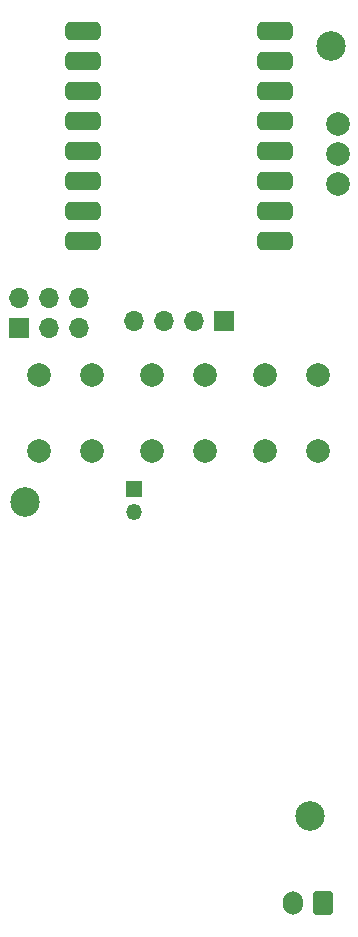
<source format=gbr>
%TF.GenerationSoftware,KiCad,Pcbnew,7.0.7*%
%TF.CreationDate,2024-05-31T07:58:12-05:00*%
%TF.ProjectId,ThinkTankTimerVote,5468696e-6b54-4616-9e6b-54696d657256,rev?*%
%TF.SameCoordinates,Original*%
%TF.FileFunction,Soldermask,Bot*%
%TF.FilePolarity,Negative*%
%FSLAX46Y46*%
G04 Gerber Fmt 4.6, Leading zero omitted, Abs format (unit mm)*
G04 Created by KiCad (PCBNEW 7.0.7) date 2024-05-31 07:58:12*
%MOMM*%
%LPD*%
G01*
G04 APERTURE LIST*
G04 Aperture macros list*
%AMRoundRect*
0 Rectangle with rounded corners*
0 $1 Rounding radius*
0 $2 $3 $4 $5 $6 $7 $8 $9 X,Y pos of 4 corners*
0 Add a 4 corners polygon primitive as box body*
4,1,4,$2,$3,$4,$5,$6,$7,$8,$9,$2,$3,0*
0 Add four circle primitives for the rounded corners*
1,1,$1+$1,$2,$3*
1,1,$1+$1,$4,$5*
1,1,$1+$1,$6,$7*
1,1,$1+$1,$8,$9*
0 Add four rect primitives between the rounded corners*
20,1,$1+$1,$2,$3,$4,$5,0*
20,1,$1+$1,$4,$5,$6,$7,0*
20,1,$1+$1,$6,$7,$8,$9,0*
20,1,$1+$1,$8,$9,$2,$3,0*%
G04 Aperture macros list end*
%ADD10C,2.000000*%
%ADD11C,2.500000*%
%ADD12R,1.700000X1.700000*%
%ADD13O,1.700000X1.700000*%
%ADD14RoundRect,0.381000X-1.119000X-0.381000X1.119000X-0.381000X1.119000X0.381000X-1.119000X0.381000X0*%
%ADD15RoundRect,0.250000X0.600000X0.750000X-0.600000X0.750000X-0.600000X-0.750000X0.600000X-0.750000X0*%
%ADD16O,1.700000X2.000000*%
%ADD17R,1.350000X1.350000*%
%ADD18O,1.350000X1.350000*%
G04 APERTURE END LIST*
D10*
%TO.C,SW3*%
X182245000Y-105410000D03*
X182245000Y-98910000D03*
X186745000Y-105410000D03*
X186745000Y-98910000D03*
%TD*%
D11*
%TO.C,H3*%
X197358000Y-71120000D03*
%TD*%
D10*
%TO.C,SW2*%
X172665000Y-105410000D03*
X172665000Y-98910000D03*
X177165000Y-105410000D03*
X177165000Y-98910000D03*
%TD*%
D12*
%TO.C,J4*%
X188341000Y-94361000D03*
D13*
X185801000Y-94361000D03*
X183261000Y-94361000D03*
X180721000Y-94361000D03*
%TD*%
D14*
%TO.C,U1*%
X192651000Y-87630000D03*
X192651000Y-85090000D03*
X192651000Y-82550000D03*
X192651000Y-80010000D03*
X192651000Y-77470000D03*
X176411000Y-69850000D03*
X176411000Y-72390000D03*
X176411000Y-74930000D03*
X176411000Y-77470000D03*
X176411000Y-80010000D03*
X176411000Y-82550000D03*
X176411000Y-85090000D03*
X176411000Y-87630000D03*
X192651000Y-69850000D03*
X192651000Y-72390000D03*
X192651000Y-74930000D03*
%TD*%
D10*
%TO.C,SW1*%
X197993000Y-77724000D03*
X197993000Y-80264000D03*
X197993000Y-82804000D03*
%TD*%
D12*
%TO.C,J3*%
X170942000Y-94996000D03*
D13*
X170942000Y-92456000D03*
X173482000Y-94996000D03*
X173482000Y-92456000D03*
X176022000Y-94996000D03*
X176022000Y-92456000D03*
%TD*%
D11*
%TO.C,H1*%
X195580000Y-136271000D03*
%TD*%
%TO.C,H2*%
X171450000Y-109728000D03*
%TD*%
D10*
%TO.C,SW4*%
X191770000Y-105410000D03*
X191770000Y-98910000D03*
X196270000Y-105410000D03*
X196270000Y-98910000D03*
%TD*%
D15*
%TO.C,J1*%
X196703000Y-143644500D03*
D16*
X194203000Y-143644500D03*
%TD*%
D17*
%TO.C,J2*%
X180721000Y-108585000D03*
D18*
X180721000Y-110585000D03*
%TD*%
M02*

</source>
